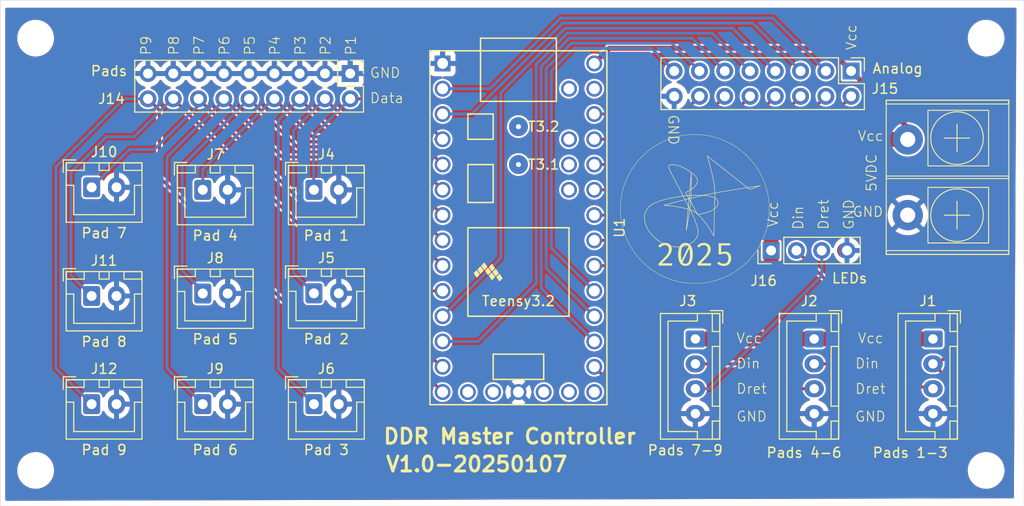
<source format=kicad_pcb>
(kicad_pcb (version 20240108) (generator "pcbnew") (generator_version "8.0")
  (layers (0 "F.Cu" signal) (31 "B.Cu" signal) (34 "B.Paste" user) (35 "F.Paste" user) (36 "B.SilkS" user "B.Silkscreen") (37 "F.SilkS" user "F.Silkscreen") (38 "B.Mask" user) (39 "F.Mask" user) (44 "Edge.Cuts" user))
  (net 0 "")
  (net 1 "VCC")
  (net 2 "DIN")
  (net 3 "GND")
  (net 4 "Net-(J1-Pin_3)")
  (net 5 "Net-(J2-Pin_3)")
  (net 6 "DRET")
  (net 7 "Net-(J10-Pin_1)")
  (net 8 "Net-(J15-Pin_14)")
  (net 9 "Net-(J15-Pin_5)")
  (net 10 "Net-(J15-Pin_13)")
  (net 11 "Net-(J15-Pin_11)")
  (net 12 "Net-(J15-Pin_6)")
  (net 13 "Net-(J15-Pin_15)")
  (net 14 "Net-(J15-Pin_12)")
  (net 15 "Net-(J15-Pin_10)")
  (net 16 "Net-(J15-Pin_2)")
  (net 17 "Net-(J15-Pin_8)")
  (net 18 "Net-(J15-Pin_9)")
  (net 19 "Net-(J15-Pin_7)")
  (net 20 "Net-(J15-Pin_3)")
  (net 21 "Net-(J15-Pin_4)")
  (net 33 "Net-(J14-Pin_2)")
  (net 34 "Net-(J14-Pin_4)")
  (net 35 "Net-(J14-Pin_6)")
  (net 36 "Net-(J14-Pin_8)")
  (net 37 "Net-(J14-Pin_10)")
  (net 38 "Net-(J14-Pin_12)")
  (net 39 "Net-(J11-Pin_1)")
  (net 40 "Net-(J12-Pin_1)")
  (footprint "Connector_PinHeader_2.54mm:PinHeader_1x04_P2.54mm_Vertical" (layer "F.Cu") (at 175.253 106.68 90)
    (property "Reference" "J16")
    (property "Value" "LEDs")
  )
  (footprint "Connector_JST:JST_XH_B2B-XH-A_1x02_P2.50mm_Vertical" (layer "F.Cu") (at 129.306 122.12)
    (property "Reference" "J6")
    (property "Value" "Pad 3")
  )
  (footprint "Connector_JST:JST_XH_B2B-XH-A_1x02_P2.50mm_Vertical" (layer "F.Cu") (at 106.974 111.252)
    (property "Reference" "J11")
    (property "Value" "Pad 8")
  )
  (footprint "MountingHole:MountingHole_3.2mm_M3" (layer "F.Cu") (at 101.346 85.344)
    (property "Reference" "REF**" (hide yes))
    (property "Value" "MountingHole_3.2mm_M3" (hide yes))
  )
  (footprint "kicad-stephenhouser:screw_terminal_01x02_p7.62mm" (layer "F.Cu") (at 188.976 99.324 90)
    (property "Reference" "J13" (hide yes))
    (property "Value" "Power")
  )
  (footprint "MountingHole:MountingHole_3.2mm_M3" (layer "F.Cu") (at 196.85 85.344)
    (property "Reference" "REF**" (hide yes))
    (property "Value" "MountingHole_3.2mm_M3" (hide yes))
  )
  (footprint "MountingHole:MountingHole_3.2mm_M3" (layer "F.Cu") (at 196.85 128.778)
    (property "Reference" "REF**" (hide yes))
    (property "Value" "MountingHole_3.2mm_M3" (hide yes))
  )
  (footprint "MountingHole:MountingHole_3.2mm_M3" (layer "F.Cu") (at 101.346 128.778)
    (property "Reference" "REF**" (hide yes))
    (property "Value" "MountingHole_3.2mm_M3" (hide yes))
  )
  (footprint "Connector_JST:JST_XH_B4B-XH-A_1x04_P2.50mm_Vertical" (layer "F.Cu") (at 191.516 115.57 -90)
    (property "Reference" "J1")
    (property "Value" "Pads 1-3")
  )
  (footprint "Connector_PinHeader_2.54mm:PinHeader_2x09_P2.54mm_Vertical" (layer "F.Cu") (at 132.956 88.9 -90)
    (property "Reference" "J14")
    (property "Value" "Pads")
  )
  (footprint "Connector_PinHeader_2.54mm:PinHeader_2x08_P2.54mm_Vertical" (layer "F.Cu") (at 183.29 88.646 -90)
    (property "Reference" "J15")
    (property "Value" "Analog")
  )
  (footprint "teesny:Teensy30_31_32_LC" (layer "F.Cu") (at 149.86 104.394 -90)
    (property "Reference" "U1")
    (property "Value" "Teensy3.2")
  )
  (footprint "Connector_JST:JST_XH_B4B-XH-A_1x04_P2.50mm_Vertical" (layer "F.Cu") (at 167.64 115.57 -90)
    (property "Reference" "J3")
    (property "Value" "Pads 7-9")
  )
  (footprint "Connector_JST:JST_XH_B2B-XH-A_1x02_P2.50mm_Vertical" (layer "F.Cu") (at 118.14 122.12)
    (property "Reference" "J9")
    (property "Value" "Pad 6")
  )
  (footprint "Connector_JST:JST_XH_B2B-XH-A_1x02_P2.50mm_Vertical" (layer "F.Cu") (at 129.306 100.584)
    (property "Reference" "J4")
    (property "Value" "Pad 1")
  )
  (footprint "Connector_JST:JST_XH_B4B-XH-A_1x04_P2.50mm_Vertical" (layer "F.Cu") (at 179.578 115.57 -90)
    (property "Reference" "J2")
    (property "Value" "Pads 4-6")
  )
  (footprint "Connector_JST:JST_XH_B2B-XH-A_1x02_P2.50mm_Vertical" (layer "F.Cu") (at 118.14 110.998)
    (property "Reference" "J8")
    (property "Value" "Pad 5")
  )
  (footprint "Connector_JST:JST_XH_B2B-XH-A_1x02_P2.50mm_Vertical" (layer "F.Cu") (at 106.974 122.12)
    (property "Reference" "J12")
    (property "Value" "Pad 9")
  )
  (footprint "Connector_JST:JST_XH_B2B-XH-A_1x02_P2.50mm_Vertical" (layer "F.Cu") (at 106.974 100.33)
    (property "Reference" "J10")
    (property "Value" "Pad 7")
  )
  (footprint "Connector_JST:JST_XH_B2B-XH-A_1x02_P2.50mm_Vertical" (layer "F.Cu") (at 118.14 100.584)
    (property "Reference" "J7")
    (property "Value" "Pad 4")
  )
  (footprint "Connector_JST:JST_XH_B2B-XH-A_1x02_P2.50mm_Vertical" (layer "F.Cu") (at 129.306 110.981)
    (property "Reference" "J5")
    (property "Value" "Pad 2")
  )
  (gr_poly (pts (xy 173.108207 100.555812) (xy 172.868273 100.366319) (xy 174.180687 100.165819)) (stroke (width 0.049999) (color 0 0 255 1)) (fill none) (layer "F.SilkS"))
  (gr_poly (pts (xy 165.500068 98.058122) (xy 165.660154 98.081776) (xy 165.831855 98.122333) (xy 166.013203 98.179151) (xy 166.202232 98.251589) (xy 166.396972 98.339004) (xy 166.595458 98.440755) (xy 166.79572 98.5562) (xy 166.995791 98.684698) (xy 167.193704 98.825607) (xy 167.387491 98.978284) (xy 167.575185 99.142089) (xy 167.658863 99.226357) (xy 167.726494 99.309921) (xy 167.778954 99.392652) (xy 167.817122 99.47442) (xy 167.841877 99.555097) (xy 167.854096 99.634552) (xy 167.854658 99.712657) (xy 167.844441 99.789282) (xy 167.824323 99.864299) (xy 167.795183 99.937577) (xy 167.757898 100.008988) (xy 167.713348 100.078402) (xy 167.66241 100.14569) (xy 167.605962 100.210723) (xy 167.544883 100.273372) (xy 167.480051 100.333506) (xy 167.34264 100.445717) (xy 167.200756 100.546322) (xy 167.061424 100.634286) (xy 166.93167 100.708576) (xy 166.729 100.811995) (xy 166.648953 100.848307) (xy 166.827098 101.172531) (xy 166.677952 101.183933) (xy 166.42767 101.213468) (xy 165.35962 99.194781) (xy 165.168683 98.818358) (xy 165.028756 98.52069) (xy 164.95004 98.315336) (xy 164.936823 98.251515) (xy 164.942734 98.215856) (xy 164.976177 98.178059) (xy 165.01523 98.14537) (xy 165.059645 98.117708) (xy 165.109178 98.094995) (xy 165.163583 98.077148) (xy 165.222613 98.064089) (xy 165.286022 98.055738) (xy 165.353565 98.052012)) (stroke (width 0.049999) (color 0 0 255 1)) (fill none) (layer "F.SilkS"))
  (gr_poly (pts (xy 164.592 105.918) (xy 164.618223 105.918324) (xy 164.643976 105.919297) (xy 164.669257 105.920919) (xy 164.694068 105.92319) (xy 164.718409 105.926109) (xy 164.742279 105.929677) (xy 164.765678 105.933894) (xy 164.788606 105.93876) (xy 164.811064 105.944274) (xy 164.833051 105.950437) (xy 164.854568 105.957249) (xy 164.875613 105.964709) (xy 164.896189 105.972818) (xy 164.916293 105.981576) (xy 164.935927 105.990983) (xy 164.95509 106.001038) (xy 164.973738 106.01145) (xy 164.991827 106.022332) (xy 165.009355 106.033685) (xy 165.026324 106.045509) (xy 165.042733 106.057803) (xy 165.058583 106.070568) (xy 165.073873 106.083804) (xy 165.088603 106.09751) (xy 165.102773 106.111687) (xy 165.116384 106.126334) (xy 165.129435 106.141452) (xy 165.141927 106.157041) (xy 165.153858 106.173101) (xy 165.16523 106.189631) (xy 165.176043 106.206631) (xy 165.186295 106.224103) (xy 165.196153 106.241949) (xy 165.205376 106.260076) (xy 165.213962 106.278482) (xy 165.221912 106.297168) (xy 165.229226 106.316134) (xy 165.235905 106.33538) (xy 165.241947 106.354906) (xy 165.247353 106.374712) (xy 165.252123 106.394797) (xy 165.256257 106.415162) (xy 165.259755 106.435808) (xy 165.262617 106.456733) (xy 165.264843 106.477937) (xy 165.266434 106.499422) (xy 165.267388 106.521186) (xy 165.267706 106.543231) (xy 165.267496 106.56254) (xy 165.266866 106.581799) (xy 165.265817 106.601007) (xy 165.264347 106.620164) (xy 165.262458 106.639269) (xy 165.26015 106.658325) (xy 165.257421 106.677329) (xy 165.254273 106.696282) (xy 165.250705 106.715184) (xy 165.246717 106.734036) (xy 165.242309 106.752837) (xy 165.237482 106.771586) (xy 165.232235 106.790285) (xy 165.226568 106.808933) (xy 165.220481 106.82753) (xy 165.213975 106.846077) (xy 165.207004 106.864458) (xy 165.199524 106.882966) (xy 165.191536 106.901601) (xy 165.183039 106.920364) (xy 165.164518 106.95827) (xy 165.143962 106.996686) (xy 165.121371 107.03561) (xy 165.096744 107.075043) (xy 165.070082 107.114985) (xy 165.041385 107.155435) (xy 165.010907 107.196293) (xy 164.978089 107.23827) (xy 164.94293 107.281367) (xy 164.90543 107.325583) (xy 164.86559 107.370918) (xy 164.823409 107.417373) (xy 164.778888 107.464947) (xy 164.732026 107.51364) (xy 164.682671 107.563758) (xy 164.63067 107.615606) (xy 164.576024 107.669185) (xy 164.518731 107.724493) (xy 164.396209 107.840299) (xy 164.263103 107.963025) (xy 165.319808 107.963025) (xy 165.285618 108.195859) (xy 163.952118 108.195859) (xy 163.952118 107.972794) (xy 164.103541 107.826459) (xy 164.24031 107.691929) (xy 164.362426 107.569203) (xy 164.469887 107.458281) (xy 164.518937 107.406688) (xy 164.565137 107.356926) (xy 164.608488 107.308996) (xy 164.64899 107.262897) (xy 164.686642 107.21863) (xy 164.721445 107.176195) (xy 164.753398 107.135591) (xy 164.782502 107.09682) (xy 164.809113 107.058964) (xy 164.833587 107.021922) (xy 164.855924 106.985694) (xy 164.876124 106.950281) (xy 164.894187 106.915682) (xy 164.902417 106.898687) (xy 164.910113 106.881896) (xy 164.917274 106.865309) (xy 164.923902 106.848925) (xy 164.929995 106.832745) (xy 164.935554 106.816768) (xy 164.940877 106.800855) (xy 164.945857 106.784866) (xy 164.950493 106.7688) (xy 164.954786 106.752658) (xy 164.958736 106.73644) (xy 164.962342 106.720145) (xy 164.965605 106.703774) (xy 164.968524 106.687326) (xy 164.9711 106.670803) (xy 164.973332 106.654203) (xy 164.975221 106.637526) (xy 164.976766 106.620773) (xy 164.977968 106.603944) (xy 164.978827 106.587039) (xy 164.979514 106.552999) (xy 164.9791 106.529702) (xy 164.97786 106.507028) (xy 164.975793 106.484977) (xy 164.972899 106.46355) (xy 164.969178 106.442746) (xy 164.964631 106.422565) (xy 164.959257 106.403007) (xy 164.953055 106.384073) (xy 164.946027 106.365762) (xy 164.938173 106.348074) (xy 164.929491 106.33101) (xy 164.919982 106.314569) (xy 164.909647 106.298751) (xy 164.898485 106.283557) (xy 164.886496 106.268986) (xy 164.87368 106.255038) (xy 164.860127 106.241828) (xy 164.845925 106.22947) (xy 164.831074 106.217965) (xy 164.815574 106.207311) (xy 164.799425 106.19751) (xy 164.782628 106.188562) (xy 164.765182 106.180465) (xy 164.747088 106.173221) (xy 164.728344 106.166829) (xy 164.708952 106.161289) (xy 164.688911 106.156602) (xy 164.668221 106.152766) (xy 164.646883 106.149783) (xy 164.624896 106.147653) (xy 164.60226 106.146374) (xy 164.578975 106.145948) (xy 164.558451 106.146171) (xy 164.538397 106.146839) (xy 164.518814 106.147952) (xy 164.499702 106.14951) (xy 164.48106 106.151513) (xy 164.462889 106.153962) (xy 164.445189 106.156856) (xy 164.427959 106.160195) (xy 164.4112 106.163979) (xy 164.394912 106.168208) (xy 164.379094 106.172883) (xy 164.363747 106.178003) (xy 164.34887 106.183568) (xy 164.334465 106.189579) (xy 164.32053 106.196034) (xy 164.307065 106.202935) (xy 164.293836 106.210326) (xy 164.280607 106.21825) (xy 164.267378 106.226709) (xy 164.254148 106.235703) (xy 164.240919 106.24523) (xy 164.22769 106.255292) (xy 164.214461 106.265888) (xy 164.201232 106.277018) (xy 164.188002 106.288683) (xy 164.174773 106.300882) (xy 164.161544 106.313615) (xy 164.148315 106.326882) (xy 164.135086 106.340684) (xy 164.121856 106.355019) (xy 164.108627 106.369889) (xy 164.095398 106.385294) (xy 163.906527 106.238755) (xy 163.923324 106.218733) (xy 163.940337 106.199373) (xy 163.957567 106.180674) (xy 163.975013 106.162636) (xy 163.992675 106.14526) (xy 164.010554 106.128546) (xy 164.028648 106.112492) (xy 164.046959 106.097101) (xy 164.065486 106.082371) (xy 164.08423 106.068302) (xy 164.10319 106.054895) (xy 164.122365 106.042149) (xy 164.141758 106.030065) (xy 164.161366 106.018642) (xy 164.181191 106.00788) (xy 164.201232 105.997781) (xy 164.221839 105.98812) (xy 164.242954 105.979082) (xy 164.264579 105.970667) (xy 164.286712 105.962876) (xy 164.309354 105.955708) (xy 164.332505 105.949164) (xy 164.356165 105.943243) (xy 164.380334 105.937945) (xy 164.405011 105.93327) (xy 164.430198 105.929218) (xy 164.455893 105.92579) (xy 164.482097 105.922985) (xy 164.50881 105.920804) (xy 164.536031 105.919246) (xy 164.563761 105.918311) (xy 164.592001 105.917999)) (stroke (width -0.000001)) (fill solid) (layer "F.SilkS"))
  (gr_poly (pts (xy 166.689665 105.91917) (xy 166.732787 105.922681) (xy 166.774535 105.928532) (xy 166.814909 105.936724) (xy 166.85391 105.947257) (xy 166.891536 105.96013) (xy 166.927789 105.975343) (xy 166.962668 105.992897) (xy 166.996174 106.012792) (xy 167.028305 106.035027) (xy 167.059063 106.059603) (xy 167.088447 106.086519) (xy 167.116457 106.115776) (xy 167.143093 106.147374) (xy 167.168356 106.181312) (xy 167.192245 106.21759) (xy 167.214919 106.256044) (xy 167.23613 106.296507) (xy 167.255878 106.33898) (xy 167.274164 106.383463) (xy 167.290987 106.429956) (xy 167.306347 106.478459) (xy 167.320244 106.528971) (xy 167.332678 106.581494) (xy 167.343649 106.636026) (xy 167.353158 106.692568) (xy 167.361203 106.75112) (xy 167.367786 106.811681) (xy 167.372906 106.874253) (xy 167.376563 106.938834) (xy 167.378758 107.005425) (xy 167.379489 107.074026) (xy 167.378758 107.14283) (xy 167.376563 107.209625) (xy 167.372906 107.27441) (xy 167.367786 107.337185) (xy 167.361203 107.39795) (xy 167.353158 107.456705) (xy 167.343649 107.51345) (xy 167.332678 107.568186) (xy 167.320244 107.620912) (xy 167.306347 107.671628) (xy 167.290987 107.720334) (xy 167.274164 107.767031) (xy 167.255878 107.811717) (xy 167.23613 107.854394) (xy 167.214919 107.895061) (xy 167.192245 107.933718) (xy 167.168356 107.969997) (xy 167.155896 107.987259) (xy 167.143093 108.003935) (xy 167.129947 108.020026) (xy 167.116457 108.035532) (xy 167.102624 108.050453) (xy 167.088447 108.064789) (xy 167.073927 108.07854) (xy 167.059063 108.091706) (xy 167.043856 108.104286) (xy 167.028305 108.116281) (xy 167.012411 108.127691) (xy 166.996174 108.138516) (xy 166.979593 108.148756) (xy 166.962668 108.158411) (xy 166.9454 108.167481) (xy 166.927789 108.175965) (xy 166.909834 108.183865) (xy 166.891536 108.191179) (xy 166.872894 108.197908) (xy 166.853909 108.204052) (xy 166.834581 108.209611) (xy 166.814909 108.214584) (xy 166.794893 108.218973) (xy 166.774534 108.222776) (xy 166.753832 108.225994) (xy 166.732786 108.228627) (xy 166.689664 108.232138) (xy 166.645168 108.233309) (xy 166.600666 108.232138) (xy 166.557525 108.228627) (xy 166.515745 108.222776) (xy 166.475326 108.214584) (xy 166.436268 108.204052) (xy 166.398571 108.191179) (xy 166.362235 108.175965) (xy 166.327261 108.158411) (xy 166.293647 108.138516) (xy 166.261395 108.116281) (xy 166.230503 108.091706) (xy 166.200973 108.064789) (xy 166.172804 108.035532) (xy 166.145996 108.003935) (xy 166.120549 107.969997) (xy 166.096463 107.933718) (xy 166.073986 107.895061) (xy 166.060299 107.868589) (xy 166.350463 107.868589) (xy 166.363635 107.88594) (xy 166.377507 107.902171) (xy 166.392078 107.917283) (xy 166.407348 107.931275) (xy 166.423319 107.944148) (xy 166.439989 107.955901) (xy 166.457359 107.966536) (xy 166.475428 107.97605) (xy 166.494197 107.984446) (xy 166.513665 107.991722) (xy 166.533833 107.997879) (xy 166.554701 108.002916) (xy 166.576269 108.006834) (xy 166.598536 108.009632) (xy 166.621502 108.011311) (xy 166.645168 108.011871) (xy 166.67087 108.011012) (xy 166.695872 108.008437) (xy 166.720174 108.004144) (xy 166.743776 107.998133) (xy 166.766679 107.990406) (xy 166.788882 107.980961) (xy 166.810386 107.969799) (xy 166.83119 107.956919) (xy 166.851295 107.942323) (xy 166.8707 107.926009) (xy 166.889405 107.907978) (xy 166.90741 107.888229) (xy 166.924716 107.866764) (xy 166.941323 107.843581) (xy 166.95723 107.818681) (xy 166.972437 107.792063) (xy 166.98683 107.7635) (xy 167.000295 107.732761) (xy 167.012831 107.699847) (xy 167.024438 107.664758) (xy 167.035117 107.627494) (xy 167.044867 107.588054) (xy 167.053689 107.54644) (xy 167.061582 107.50265) (xy 167.068546 107.456685) (xy 167.074582 107.408545) (xy 167.079689 107.35823) (xy 167.083868 107.305739) (xy 167.087118 107.251073) (xy 167.089439 107.194232) (xy 167.090832 107.135216) (xy 167.091296 107.074025) (xy 167.09038 106.982566) (xy 167.087633 106.896246) (xy 167.083053 106.815064) (xy 167.076642 106.739022) (xy 167.068399 106.668119) (xy 167.058325 106.602355) (xy 167.046419 106.541729) (xy 167.032681 106.486243) (xy 166.350463 107.868589) (xy 166.060299 107.868589) (xy 166.052959 107.854394) (xy 166.033383 107.811717) (xy 166.015256 107.767031) (xy 165.99858 107.720334) (xy 165.983354 107.671628) (xy 165.969577 107.620912) (xy 165.957251 107.568186) (xy 165.946376 107.51345) (xy 165.93695 107.456705) (xy 165.928974 107.39795) (xy 165.922449 107.337185) (xy 165.917373 107.27441) (xy 165.913748 107.209625) (xy 165.911573 107.14283) (xy 165.910848 107.074026) (xy 165.910848 107.074025) (xy 166.200669 107.074025) (xy 166.201559 107.164746) (xy 166.204231 107.250482) (xy 166.208683 107.33123) (xy 166.214916 107.406993) (xy 166.222929 107.477769) (xy 166.232724 107.543559) (xy 166.244299 107.604362) (xy 166.257656 107.660179) (xy 166.94313 106.282717) (xy 166.929945 106.26517) (xy 166.916035 106.248754) (xy 166.9014 106.233471) (xy 166.886041 106.21932) (xy 166.869956 106.2063) (xy 166.861641 106.200215) (xy 166.853146 106.194413) (xy 166.844469 106.188894) (xy 166.835611 106.183658) (xy 166.817351 106.174035) (xy 166.798366 106.165544) (xy 166.778655 106.158186) (xy 166.75822 106.151959) (xy 166.73706 106.146865) (xy 166.715175 106.142902) (xy 166.692564 106.140072) (xy 166.669229 106.138374) (xy 166.645169 106.137808) (xy 166.619665 106.138666) (xy 166.594847 106.141242) (xy 166.570716 106.145535) (xy 166.547273 106.151546) (xy 166.524516 106.159273) (xy 166.502446 106.168718) (xy 166.481063 106.17988) (xy 166.460367 106.192759) (xy 166.440358 106.207356) (xy 166.421036 106.22367) (xy 166.4024 106.241701) (xy 166.384452 106.261449) (xy 166.36719 106.282915) (xy 166.350616 106.306098) (xy 166.334728 106.330998) (xy 166.319527 106.357615) (xy 166.305134 106.385982) (xy 166.29167 106.416536) (xy 166.279134 106.449278) (xy 166.267527 106.484208) (xy 166.256848 106.521326) (xy 166.247098 106.560632) (xy 166.238276 106.602126) (xy 166.230384 106.645808) (xy 166.223419 106.691677) (xy 166.217383 106.739735) (xy 166.212276 106.78998) (xy 166.208098 106.842413) (xy 166.204848 106.897034) (xy 166.202526 106.953843) (xy 166.201133 107.01284) (xy 166.200669 107.074025) (xy 165.910848 107.074025) (xy 165.911573 107.005425) (xy 165.913748 106.938834) (xy 165.917373 106.874253) (xy 165.922449 106.811682) (xy 165.928974 106.75112) (xy 165.93695 106.692568) (xy 165.946376 106.636026) (xy 165.957251 106.581494) (xy 165.969577 106.528972) (xy 165.983354 106.478459) (xy 165.99858 106.429957) (xy 166.015256 106.383464) (xy 166.033383 106.338981) (xy 166.052959 106.296507) (xy 166.073986 106.256044) (xy 166.096463 106.21759) (xy 166.120549 106.181312) (xy 166.133102 106.16405) (xy 166.145996 106.147374) (xy 166.15923 106.131282) (xy 166.172804 106.115776) (xy 166.186718 106.100855) (xy 166.200973 106.086519) (xy 166.215568 106.072769) (xy 166.230503 106.059603) (xy 166.245779 106.047023) (xy 166.261395 106.035027) (xy 166.277351 106.023617) (xy 166.293647 106.012792) (xy 166.310284 106.002552) (xy 166.327261 105.992897) (xy 166.344578 105.983828) (xy 166.362235 105.975343) (xy 166.380233 105.967444) (xy 166.398571 105.96013) (xy 166.417249 105.953401) (xy 166.436268 105.947257) (xy 166.455627 105.941698) (xy 166.475326 105.936724) (xy 166.495365 105.932336) (xy 166.515745 105.928532) (xy 166.536465 105.925314) (xy 166.557525 105.922681) (xy 166.600666 105.91917) (xy 166.645168 105.918) (xy 166.645169 105.918)) (stroke (width -0.000001)) (fill solid) (layer "F.SilkS"))
  (gr_poly (pts (xy 168.525918 105.918323) (xy 168.55167 105.919296) (xy 168.576952 105.920918) (xy 168.601763 105.923189) (xy 168.626103 105.926108) (xy 168.649973 105.929676) (xy 168.673372 105.933893) (xy 168.6963 105.938759) (xy 168.718758 105.944273) (xy 168.740745 105.950436) (xy 168.762262 105.957248) (xy 168.783307 105.964708) (xy 168.803883 105.972817) (xy 168.823987 105.981575) (xy 168.843621 105.990982) (xy 168.862784 106.001037) (xy 168.881433 106.011449) (xy 168.899521 106.022331) (xy 168.91705 106.033684) (xy 168.934019 106.045508) (xy 168.950428 106.057802) (xy 168.966278 106.070567) (xy 168.981568 106.083803) (xy 168.996298 106.097509) (xy 169.010468 106.111686) (xy 169.024079 106.126333) (xy 169.03713 106.141451) (xy 169.049621 106.15704) (xy 169.061553 106.1731) (xy 169.072925 106.18963) (xy 169.083737 106.20663) (xy 169.093989 106.224102) (xy 169.103848 106.241948) (xy 169.11307 106.260075) (xy 169.121656 106.278481) (xy 169.129607 106.297167) (xy 169.136921 106.316134) (xy 169.143599 106.335379) (xy 169.149641 106.354905) (xy 169.155047 106.374711) (xy 169.159817 106.394796) (xy 169.163952 106.415162) (xy 169.16745 106.435807) (xy 169.170312 106.456732) (xy 169.172538 106.477937) (xy 169.174128 106.499422) (xy 169.175082 106.521186) (xy 169.1754 106.543231) (xy 169.17519 106.56254) (xy 169.17456 106.581799) (xy 169.173511 106.601007) (xy 169.172042 106.620164) (xy 169.170153 106.639269) (xy 169.167844 106.658325) (xy 169.165116 106.677329) (xy 169.161967 106.696282) (xy 169.158399 106.715184) (xy 169.154411 106.734036) (xy 169.150004 106.752837) (xy 169.145176 106.771586) (xy 169.139929 106.790285) (xy 169.134262 106.808933) (xy 169.128175 106.82753) (xy 169.121669 106.846077) (xy 169.114698 106.864458) (xy 169.107218 106.882966) (xy 169.09923 106.901601) (xy 169.090733 106.920364) (xy 169.072212 106.95827) (xy 169.051656 106.996686) (xy 169.029065 107.03561) (xy 169.004438 107.075043) (xy 168.977777 107.114985) (xy 168.94908 107.155435) (xy 168.918601 107.196293) (xy 168.885783 107.23827) (xy 168.850624 107.281367) (xy 168.813124 107.325583) (xy 168.773284 107.370918) (xy 168.731104 107.417373) (xy 168.686583 107.464947) (xy 168.639721 107.51364) (xy 168.590366 107.563758) (xy 168.538365 107.615606) (xy 168.483719 107.669185) (xy 168.426426 107.724493) (xy 168.303904 107.840299) (xy 168.170798 107.963025) (xy 169.227504 107.963025) (xy 169.193314 108.195859) (xy 167.859814 108.195859) (xy 167.859814 107.972794) (xy 168.011237 107.826459) (xy 168.148006 107.691929) (xy 168.270122 107.569203) (xy 168.377584 107.458281) (xy 168.426633 107.406688) (xy 168.472834 107.356926) (xy 168.516185 107.308996) (xy 168.556687 107.262897) (xy 168.594339 107.21863) (xy 168.629142 107.176195) (xy 168.661095 107.135591) (xy 168.690199 107.09682) (xy 168.71681 107.058964) (xy 168.741284 107.021922) (xy 168.763621 106.985694) (xy 168.783821 106.950281) (xy 168.801884 106.915682) (xy 168.810114 106.898687) (xy 168.81781 106.881896) (xy 168.824971 106.865309) (xy 168.831599 106.848925) (xy 168.837692 106.832745) (xy 168.84325 106.816768) (xy 168.848574 106.800855) (xy 168.853553 106.784866) (xy 168.85819 106.7688) (xy 168.862483 106.752658) (xy 168.866432 106.73644) (xy 168.870038 106.720145) (xy 168.873301 106.703774) (xy 168.87622 106.687326) (xy 168.878796 106.670803) (xy 168.881028 106.654203) (xy 168.882917 106.637526) (xy 168.884463 106.620773) (xy 168.885665 106.603944) (xy 168.886523 106.587039) (xy 168.88721 106.552999) (xy 168.886797 106.529702) (xy 168.885556 106.507028) (xy 168.883489 106.484977) (xy 168.880595 106.46355) (xy 168.876875 106.442746) (xy 168.872327 106.422565) (xy 168.866953 106.403007) (xy 168.860752 106.384073) (xy 168.853724 106.365762) (xy 168.845869 106.348074) (xy 168.837187 106.33101) (xy 168.827679 106.314569) (xy 168.817344 106.298751) (xy 168.806182 106.283557) (xy 168.794193 106.268986) (xy 168.781377 106.255038) (xy 168.767823 106.241828) (xy 168.753621 106.22947) (xy 168.73877 106.217965) (xy 168.72327 106.207311) (xy 168.707122 106.19751) (xy 168.690325 106.188562) (xy 168.672879 106.180465) (xy 168.654784 106.173221) (xy 168.63604 106.166829) (xy 168.616648 106.161289) (xy 168.596607 106.156602) (xy 168.575918 106.152766) (xy 168.554579 106.149783) (xy 168.532592 106.147653) (xy 168.509956 106.146374) (xy 168.486672 106.145948) (xy 168.466147 106.146171) (xy 168.446094 106.146839) (xy 168.426511 106.147952) (xy 168.407399 106.14951) (xy 168.388757 106.151513) (xy 168.370586 106.153962) (xy 168.352886 106.156856) (xy 168.335656 106.160195) (xy 168.318897 106.163979) (xy 168.302609 106.168208) (xy 168.286791 106.172883) (xy 168.271444 106.178003) (xy 168.256567 106.183568) (xy 168.242162 106.189579) (xy 168.228226 106.196034) (xy 168.214762 106.202935) (xy 168.201533 106.210326) (xy 168.188303 106.21825) (xy 168.175074 106.226709) (xy 168.161845 106.235703) (xy 168.148616 106.24523) (xy 168.135387 106.255292) (xy 168.122158 106.265888) (xy 168.108928 106.277018) (xy 168.095699 106.288683) (xy 168.08247 106.300882) (xy 168.069241 106.313615) (xy 168.056012 106.326882) (xy 168.042782 106.340684) (xy 168.029553 106.355019) (xy 168.016324 106.369889) (xy 168.003095 106.385294) (xy 167.814223 106.238755) (xy 167.831021 106.218733) (xy 167.848034 106.199373) (xy 167.865264 106.180674) (xy 167.88271 106.162636) (xy 167.900372 106.14526) (xy 167.91825 106.128546) (xy 167.936345 106.112492) (xy 167.954656 106.097101) (xy 167.973183 106.082371) (xy 167.991927 106.068302) (xy 168.010886 106.054895) (xy 168.030062 106.042149) (xy 168.049455 106.030065) (xy 168.069063 106.018642) (xy 168.088888 106.00788) (xy 168.108929 105.997781) (xy 168.129536 105.98812) (xy 168.150652 105.979082) (xy 168.172276 105.970667) (xy 168.19441 105.962876) (xy 168.217052 105.955708) (xy 168.240203 105.949164) (xy 168.263863 105.943243) (xy 168.288032 105.937945) (xy 168.312709 105.93327) (xy 168.337896 105.929218) (xy 168.363591 105.92579) (xy 168.389795 105.922985) (xy 168.416507 105.920804) (xy 168.443729 105.919246) (xy 168.47146 105.918311) (xy 168.499697 105.917999)) (stroke (width -0.000001)) (fill solid) (layer "F.SilkS"))
  (gr_poly (pts (xy 169.598272 101.092052) (xy 169.559727 102.32119) (xy 169.528803 103.680945) (xy 169.500774 105.235724) (xy 169.305335 104.891277) (xy 169.08234 104.529331) (xy 168.945737 104.320938) (xy 168.794763 104.10189) (xy 168.631195 103.877904) (xy 168.456808 103.654698) (xy 168.273376 103.437989) (xy 168.082676 103.233495) (xy 167.985155 103.137615) (xy 167.886482 103.046933) (xy 167.78688 102.962164) (xy 167.68657 102.884022) (xy 167.585774 102.813223) (xy 167.484714 102.750479) (xy 167.383613 102.696508) (xy 167.282691 102.652022) (xy 167.074098 102.576833) (xy 166.853677 102.509046) (xy 166.624915 102.448311) (xy 166.391302 102.394274) (xy 165.92348 102.304889) (xy 165.478125 102.238073) (xy 165.083148 102.191009) (xy 164.766463 102.16088) (xy 164.479619 102.140157) (xy 165.993975 101.730402) (xy 166.668431 101.555241) (xy 167.376098 101.377548) (xy 168.074407 101.210601) (xy 168.72079 101.067678) (xy 169.41954 100.932086) (xy 169.598517 100.900496)) (stroke (width 0.049999) (color 0 0 255 1)) (fill none) (layer "F.SilkS"))
  (gr_poly (pts (xy 166.42944 101.216814) (xy 167.005181 102.347796) (xy 167.267555 102.895819) (xy 167.499331 103.414117) (xy 167.690307 103.889129) (xy 167.830283 104.307296) (xy 167.877958 104.490825) (xy 167.909057 104.655058) (xy 167.922306 104.798299) (xy 167.916429 104.918854) (xy 167.896339 105.026098) (xy 167.867975 105.130413) (xy 167.831594 105.231617) (xy 167.787456 105.329527) (xy 167.735822 105.423959) (xy 167.676949 105.514732) (xy 167.611097 105.601662) (xy 167.538526 105.684567) (xy 167.459494 105.763264) (xy 167.374262 105.837569) (xy 167.283089 105.907301) (xy 167.186234 105.972276) (xy 167.083955 106.032311) (xy 166.976513 106.087224) (xy 166.864168 106.136832) (xy 166.747177 106.180953) (xy 166.625801 106.219402) (xy 166.500298 106.251998) (xy 166.370929 106.278557) (xy 166.237953 106.298897) (xy 166.101628 106.312835) (xy 165.962214 106.320188) (xy 165.819971 106.320774) (xy 165.675158 106.314409) (xy 165.528034 106.300911) (xy 165.378858 106.280096) (xy 165.22789 106.251783) (xy 165.075389 106.215788) (xy 164.921615 106.171929) (xy 164.766826 106.120022) (xy 164.611283 106.059885) (xy 164.455244 105.991335) (xy 164.301414 105.915235) (xy 164.152463 105.832819) (xy 164.008602 105.744456) (xy 163.870039 105.650518) (xy 163.736985 105.551376) (xy 163.60965 105.447399) (xy 163.488242 105.33896) (xy 163.372971 105.226428) (xy 163.264048 105.110175) (xy 163.161681 104.990571) (xy 163.066081 104.867987) (xy 162.977456 104.742794) (xy 162.896018 104.615363) (xy 162.821974 104.486065) (xy 162.755536 104.355269) (xy 162.696912 104.223348) (xy 162.646312 104.090671) (xy 162.603946 103.95761) (xy 162.570024 103.824535) (xy 162.544755 103.691818) (xy 162.528348 103.559828) (xy 162.521014 103.428937) (xy 162.522961 103.299516) (xy 162.534401 103.171935) (xy 162.555541 103.046565) (xy 162.586593 102.923776) (xy 162.627765 102.803941) (xy 162.679267 102.687429) (xy 162.74131 102.574611) (xy 162.814101 102.465858) (xy 162.897852 102.361541) (xy 162.992771 102.26203) (xy 163.10571 102.166326) (xy 163.242245 102.073331) (xy 163.579294 101.896387) (xy 163.990296 101.733025) (xy 164.461634 101.585074) (xy 164.979688 101.454361) (xy 165.530839 101.342715) (xy 166.101466 101.251963) (xy 166.42767 101.213468)) (stroke (width 0.049999) (color 0 0 255 1)) (fill none) (layer "F.SilkS"))
  (gr_poly (pts (xy 167.972437 95.035605) (xy 168.352431 95.0645) (xy 168.7269 95.112084) (xy 169.095374 95.177887) (xy 169.457382 95.261438) (xy 169.812456 95.362267) (xy 170.160124 95.479905) (xy 170.499916 95.613881) (xy 170.831363 95.763725) (xy 171.153993 95.928966) (xy 171.467338 96.109136) (xy 171.770926 96.303762) (xy 172.064289 96.512377) (xy 172.346954 96.734508) (xy 172.618454 96.969687) (xy 172.878316 97.217442) (xy 173.126072 97.477305) (xy 173.36125 97.748804) (xy 173.583382 98.03147) (xy 173.791996 98.324832) (xy 173.986623 98.628421) (xy 174.166792 98.941765) (xy 174.332034 99.264396) (xy 174.481877 99.595843) (xy 174.615853 99.935635) (xy 174.733491 100.283303) (xy 174.83432 100.638376) (xy 174.917871 101.000385) (xy 174.983674 101.368859) (xy 175.031258 101.743328) (xy 175.060153 102.123322) (xy 175.069889 102.50837) (xy 175.060153 102.893419) (xy 175.031258 103.273413) (xy 174.983674 103.647882) (xy 174.917871 104.016356) (xy 174.83432 104.378365) (xy 174.733491 104.733438) (xy 174.615853 105.081106) (xy 174.481877 105.420899) (xy 174.332034 105.752345) (xy 174.166792 106.074976) (xy 173.986623 106.388321) (xy 173.791996 106.69191) (xy 173.583382 106.985272) (xy 173.36125 107.267938) (xy 173.126072 107.539438) (xy 172.878316 107.7993) (xy 172.618454 108.047056) (xy 172.346954 108.282235) (xy 172.064289 108.504367) (xy 171.770926 108.712981) (xy 171.467338 108.907608) (xy 171.153993 109.087778) (xy 170.831363 109.25302) (xy 170.499916 109.402863) (xy 170.160124 109.536839) (xy 169.812456 109.654477) (xy 169.457382 109.755307) (xy 169.095374 109.838858) (xy 168.7269 109.904661) (xy 168.352431 109.952245) (xy 167.972437 109.98114) (xy 167.587388 109.990876) (xy 167.20234 109.98114) (xy 166.822346 109.952245) (xy 166.447877 109.904661) (xy 166.079403 109.838858) (xy 165.717394 109.755307) (xy 165.362321 109.654477) (xy 165.014653 109.536839) (xy 164.674861 109.402863) (xy 164.343414 109.25302) (xy 164.020783 109.087778) (xy 163.707439 108.907608) (xy 163.40385 108.712981) (xy 163.110488 108.504367) (xy 162.827822 108.282235) (xy 162.556323 108.047056) (xy 162.29646 107.7993) (xy 162.048705 107.539438) (xy 161.813526 107.267938) (xy 161.591395 106.985272) (xy 161.38278 106.69191) (xy 161.188154 106.388321) (xy 161.007984 106.074976) (xy 160.842743 105.752345) (xy 160.692899 105.420899) (xy 160.558923 105.081106) (xy 160.441285 104.733438) (xy 160.340456 104.378365) (xy 160.256905 104.016356) (xy 160.191102 103.647882) (xy 160.143518 103.273413) (xy 160.114623 102.893419) (xy 160.104887 102.50837) (xy 160.114623 102.123322) (xy 160.143518 101.743328) (xy 160.191102 101.368859) (xy 160.256905 101.000385) (xy 160.340456 100.638376) (xy 160.441285 100.283303) (xy 160.558923 99.935635) (xy 160.692899 99.595843) (xy 160.842743 99.264396) (xy 161.007984 98.941765) (xy 161.188154 98.628421) (xy 161.38278 98.324832) (xy 161.591395 98.03147) (xy 161.813526 97.748804) (xy 162.048705 97.477305) (xy 162.29646 97.217442) (xy 162.556323 96.969687) (xy 162.827822 96.734508) (xy 163.110488 96.512377) (xy 163.40385 96.303762) (xy 163.707439 96.109136) (xy 164.020783 95.928966) (xy 164.343414 95.763725) (xy 164.674861 95.613881) (xy 165.014653 95.479905) (xy 165.362321 95.362267) (xy 165.717394 95.261438) (xy 166.079403 95.177887) (xy 166.447877 95.112084) (xy 166.822346 95.0645) (xy 167.20234 95.035605) (xy 167.587388 95.025869)) (stroke (width 0.034995) (color 0 0 255 1)) (fill none) (layer "F.SilkS"))
  (gr_poly (pts (xy 171.121106 106.171999) (xy 170.235363 106.171999) (xy 170.235363 106.87864) (xy 170.260829 106.865716) (xy 170.285939 106.85381) (xy 170.310693 106.842921) (xy 170.335091 106.83305) (xy 170.359132 106.824197) (xy 170.382817 106.816361) (xy 170.406146 106.809543) (xy 170.429119 106.803742) (xy 170.452448 106.798782) (xy 170.476032 106.794483) (xy 170.49987 106.790845) (xy 170.523962 106.787869) (xy 170.548309 106.785554) (xy 170.57291 106.7839) (xy 170.597765 106.782908) (xy 170.622875 106.782577) (xy 170.656661 106.783296) (xy 170.689632 106.785452) (xy 170.721789 106.789046) (xy 170.753132 106.794076) (xy 170.78366 106.800545) (xy 170.813375 106.80845) (xy 170.842276 106.817793) (xy 170.870362 106.828574) (xy 170.897635 106.840792) (xy 170.924093 106.854447) (xy 170.949737 106.86954) (xy 170.974568 106.88607) (xy 170.998584 106.904037) (xy 171.021786 106.923442) (xy 171.044174 106.944284) (xy 171.065747 106.966564) (xy 171.086253 106.990154) (xy 171.105435 107.014927) (xy 171.123294 107.040883) (xy 171.139831 107.068022) (xy 171.155044 107.096344) (xy 171.168935 107.125848) (xy 171.181503 107.156536) (xy 171.192748 107.188407) (xy 171.202669 107.221461) (xy 171.211268 107.255698) (xy 171.218544 107.291118) (xy 171.224498 107.32772) (xy 171.229128 107.365506) (xy 171.232435 107.404475) (xy 171.234419 107.444627) (xy 171.235081 107.485962) (xy 171.234712 107.513826) (xy 171.233605 107.541244) (xy 171.231761 107.568218) (xy 171.229179 107.594746) (xy 171.225859 107.620829) (xy 171.221801 107.646467) (xy 171.217005 107.67166) (xy 171.211472 107.696407) (xy 171.205201 107.720709) (xy 171.198192 107.744566) (xy 171.190445 107.767978) (xy 171.181961 107.790945) (xy 171.172738 107.813466) (xy 171.162778 107.835543) (xy 171.152081 107.857174) (xy 171.140645 107.87836) (xy 171.128739 107.899036) (xy 171.116222 107.919141) (xy 171.103095 107.938673) (xy 171.089357 107.957633) (xy 171.075008 107.97602) (xy 171.060049 107.993835) (xy 171.044479 108.011077) (xy 171.028299 108.027747) (xy 171.011508 108.043845) (xy 170.994107 108.05937) (xy 170.976095 108.074323) (xy 170.957472 108.088703) (xy 170.938239 108.102511) (xy 170.918395 108.115747) (xy 170.897941 108.12841) (xy 170.876876 108.140501) (xy 170.855468 108.151739) (xy 170.833576 108.162253) (xy 170.811201 108.172041) (xy 170.788342 108.181104) (xy 170.765 108.189442) (xy 170.741175 108.197055) (xy 170.716866 108.203943) (xy 170.692075 108.210106) (xy 170.666799 108.215544) (xy 170.641041 108.220257) (xy 170.614798 108.224245) (xy 170.588073 108.227508) (xy 170.560864 108.230046) (xy 170.533172 108.231858) (xy 170.504996 108.232946) (xy 170.476338 108.233309) (xy 170.451266 108.233029) (xy 170.426524 108.232189) (xy 170.402114 108.23079) (xy 170.378034 108.228831) (xy 170.354285 108.226312) (xy 170.330867 108.223234) (xy 170.30778 108.219596) (xy 170.285023 108.215398) (xy 170.262597 108.21064) (xy 170.240502 108.205323) (xy 170.218737 108.199446) (xy 170.197304 108.19301) (xy 170.176201 108.186014) (xy 170.155428 108.178458) (xy 170.134987 108.170342) (xy 170.114876 108.161667) (xy 170.095242 108.152495) (xy 170.075824 108.142891) (xy 170.056623 108.132855) (xy 170.037638 108.122386) (xy 170.018869 108.111485) (xy 170.000316 108.100151) (xy 169.98198 108.088385) (xy 169.96386 108.076186) (xy 169.945956 108.063554) (xy 169.928268 108.050491) (xy 169.910797 108.036994) (xy 169.893541 108.023066) (xy 169.876503 108.008704) (xy 169.85968 107.993911) (xy 169.843073 107.978684) (xy 169.826683 107.963026) (xy 169.996017 107.800205) (xy 170.021375 107.825245) (xy 170.047381 107.848669) (xy 170.074037 107.870479) (xy 170.101341 107.890672) (xy 170.129294 107.90925) (xy 170.157895 107.926213) (xy 170.187146 107.94156) (xy 170.217045 107.955292) (xy 170.247593 107.967408) (xy 170.27879 107.977908) (xy 170.310635 107.986794) (xy 170.343129 107.994063) (xy 170.376272 107.999718) (xy 170.410064 108.003756) (xy 170.444504 108.00618) (xy 170.479593 108.006987) (xy 170.506891 108.006466) (xy 170.533426 108.004901) (xy 170.559197 108.002294) (xy 170.584206 107.998643) (xy 170.608451 107.993949) (xy 170.631932 107.988212) (xy 170.654651 107.981432) (xy 170.676606 107.973609) (xy 170.697798 107.964743) (xy 170.718227 107.954834) (xy 170.737893 107.943881) (xy 170.756795 107.931886) (xy 170.774935 107.918848) (xy 170.792311 107.904766) (xy 170.808923 107.889642) (xy 170.824773 107.873474) (xy 170.839758 107.856091) (xy 170.853775 107.83773) (xy 170.866826 107.818388) (xy 170.878911 107.798067) (xy 170.890028 107.776767) (xy 170.900179 107.754487) (xy 170.909363 107.731228) (xy 170.917581 107.70699) (xy 170.924831 107.681771) (xy 170.931115 107.655574) (xy 170.936433 107.628397) (xy 170.940783 107.60024) (xy 170.944167 107.571105) (xy 170.946583 107.540989) (xy 170.948034 107.509894) (xy 170.948517 107.47782) (xy 170.948307 107.455528) (xy 170.947677 107.433833) (xy 170.946628 107.412736) (xy 170.945159 107.392238) (xy 170.94327 107.372337) (xy 170.940961 107.353034) (xy 170.938233 107.334328) (xy 170.935084 107.316221) (xy 170.931516 107.298711) (xy 170.927528 107.2818) (xy 170.923121 107.265486) (xy 170.918293 107.24977) (xy 170.913046 107.234652) (xy 170.907379 107.220131) (xy 170.901293 107.206209) (xy 170.894786 107.192884) (xy 170.887917 107.180094) (xy 170.880743 107.167774) (xy 170.873263 107.155925) (xy 170.865478 107.144547) (xy 170.857388 107.133639) (xy 170.848992 107.123202) (xy 170.840292 107.113235) (xy 170.831286 107.10374) (xy 170.821974 107.094715) (xy 170.812358 107.08616) (xy 170.802436 107.078076) (xy 170.792209 107.070463) (xy 170.781676 107.063321) (xy 170.770839 107.056649) (xy 170.759696 107.050448) (xy 170.748247 107.044718) (xy 170.736767 107.039197) (xy 170.725122 107.034032) (xy 170.713311 107.029224) (xy 170.701335 107.024772) (xy 170.689193 107.020676) (xy 170.676886 107.016936) (xy 170.664414 107.013552) (xy 170.651776 107.010525) (xy 170.638973 107.007853) (xy 170.626004 107.005538) (xy 170.612871 107.003579) (xy 170.599572 107.001977) (xy 170.586107 107.00073) (xy 170.572477 106.999839) (xy 170.558682 106.999305) (xy 170.544722 106.999127) (xy 170.520248 106.999432) (xy 170.496486 107.000348) (xy 170.473437 107.001875) (xy 170.4511 107.004012) (xy 170.429475 107.00676) (xy 170.408563 107.010118) (xy 170.388363 107.014087) (xy 170.368876 107.018667) (xy 170.349414 107.023806) (xy 170.32929 107.029454) (xy 170.308505 107.035611) (xy 170.287058 107.042277) (xy 170.26495 107.049451) (xy 170.242181 107.057134) (xy 170.21875 107.065326) (xy 170.194657 107.074026) (xy 169.97485 107.074026) (xy 169.97485 105.95382) (xy 171.161811 105.953819)) (stroke (width -0.000001)) (fill solid) (layer "F.SilkS"))
  (gr_poly (pts (xy 172.868273 100.366319) (xy 172.056968 100.490263) (xy 170.255907 100.784467) (xy 169.598517 100.900496) (xy 169.598619 100.820758) (xy 169.580622 100.527557) (xy 169.54681 100.217889) (xy 169.499711 99.89719) (xy 169.441852 99.570899) (xy 169.375763 99.244452) (xy 169.303969 98.923288) (xy 169.229001 98.612844) (xy 169.079649 98.045868) (xy 168.94793 97.587027) (xy 168.818287 97.167751)) (stroke (width 0.049999) (color 0 0 255 1)) (fill none) (layer "F.SilkS"))
  (gr_poly (pts (xy 168.306361 101.134456) (xy 168.770084 101.175594) (xy 169.171568 101.248594) (xy 169.344714 101.297613) (xy 169.497194 101.355283) (xy 169.627303 101.421832) (xy 169.733341 101.497489) (xy 169.813605 101.582483) (xy 169.866392 101.677041) (xy 169.896772 101.774327) (xy 169.911588 101.867401) (xy 169.911798 101.956335) (xy 169.898358 102.041204) (xy 169.872227 102.122082) (xy 169.834362 102.199042) (xy 169.78572 102.272158) (xy 169.727258 102.341503) (xy 169.659935 102.407152) (xy 169.584707 102.469178) (xy 169.502532 102.527655) (xy 169.414367 102.582657) (xy 169.32117 102.634257) (xy 169.223898 102.682528) (xy 169.02096 102.769383) (xy 168.813212 102.843811) (xy 168.608312 102.906401) (xy 168.413922 102.957744) (xy 168.237699 102.998429) (xy 167.970396 103.050186) (xy 167.867679 103.06639) (xy 166.827098 101.172531) (xy 167.246675 101.140454) (xy 167.794018 101.123352)) (stroke (width 0.049999) (color 0 0 255 1)) (fill none) (layer "F.SilkS"))
  (gr_poly (pts (xy 167.2302 99.996006) (xy 167.222416 100.488206) (xy 167.209166 100.98937) (xy 167.189088 101.462859) (xy 167.160817 101.872037) (xy 167.116837 102.271789) (xy 167.05534 102.720428) (xy 166.908626 103.638383) (xy 166.722076 104.675111) (xy 167.233941 98.849594)) (stroke (width 0.049999) (color 0 0 255 1)) (fill none) (layer "F.SilkS"))
  (gr_poly (pts (xy 168.499697 105.917999) (xy 168.499695 105.917999) (xy 168.499699 105.917999)) (stroke (width -0.000001)) (fill solid) (layer "F.SilkS"))
  (gr_rect (start 97.79 81.534) (end 200.66 132.334) (stroke (width 0.05)) (fill none) (layer "Edge.Cuts"))
  (gr_text "Data" (at 134.874 91.948 0) (layer "F.SilkS") (effects (font (size 1 1) (thickness 0.1)) (justify left bottom)))
  (gr_text "Vcc" (at 183.896 95.758 0) (layer "F.SilkS") (effects (font (size 1 1) (thickness 0.1)) (justify left bottom)))
  (gr_text "DDR Master Controller" (at 136.144 126.238 0) (layer "F.SilkS") (effects (font (size 1.5 1.5) (thickness 0.3) (bold yes)) (justify left bottom)))
  (gr_text "Din" (at 183.642 118.618 0) (layer "F.SilkS") (effects (font (size 1 1) (thickness 0.1)) (justify left bottom)))
  (gr_text "V1.0-20250107" (at 136.398 129.032 0) (layer "F.SilkS") (effects (font (size 1.5 1.5) (thickness 0.3) (bold yes)) (justify left bottom)))
  (gr_text "P2" (at 131.064 87.122 90) (layer "F.SilkS") (effects (font (size 1 1) (thickness 0.1)) (justify left bottom)))
  (gr_text "GND" (at 183.388 103.378 0) (layer "F.SilkS") (effects (font (size 1 1) (thickness 0.1)) (justify left bottom)))
  (gr_text "Vcc" (at 183.896 86.614 90) (layer "F.SilkS") (effects (font (size 1 1) (thickness 0.1)) (justify left bottom)))
  (gr_text "P5" (at 123.444 87.122 90) (layer "F.SilkS") (effects (font (size 1 1) (thickness 0.1)) (justify left bottom)))
  (gr_text "GND" (at 171.704 123.952 0) (layer "F.SilkS") (effects (font (size 1 1) (thickness 0.1)) (justify left bottom)))
  (gr_text "Vcc" (at 183.896 116.078 0) (layer "F.SilkS") (effects (font (size 1 1) (thickness 0.1)) (justify left bottom)))
  (gr_text "GND" (at 183.642 104.648 90) (layer "F.SilkS") (effects (font (size 1 1) (thickness 0.1)) (justify left bottom)))
  (gr_text "GND" (at 134.874 89.408 0) (layer "F.SilkS") (effects (font (size 1 1) (thickness 0.1)) (justify left bottom)))
  (gr_text "Vcc" (at 176.022 104.394 90) (layer "F.SilkS") (effects (font (size 1 1) (thickness 0.1)) (justify left bottom)))
  (gr_text "P6" (at 120.904 87.122 90) (layer "F.SilkS") (effects (font (size 1 1) (thickness 0.1)) (justify left bottom)))
  (gr_text "Dret" (at 171.704 121.158 0) (layer "F.SilkS") (effects (font (size 1 1) (thickness 0.1)) (justify left bottom)))
  (gr_text "P1\n" (at 133.604 87.122 90) (layer "F.SilkS") (effects (font (size 1 1) (thickness 0.1)) (justify left bottom)))
  (gr_text "GND" (at 164.846 92.964 -90) (layer "F.SilkS") (effects (font (size 1 1) (thickness 0.1)) (justify left bottom)))
  (gr_text "Din" (at 178.562 104.648 90) (layer "F.SilkS") (effects (font (size 1 1) (thickness 0.1)) (justify left bottom)))
  (gr_text "P8" (at 115.824 87.122 90) (layer "F.SilkS") (effects (font (size 1 1) (thickness 0.1)) (justify left bottom)))
  (gr_text "Din" (at 171.704 118.618 0) (layer "F.SilkS") (effects (font (size 1 1) (thickness 0.1)) (justify left bottom)))
  (gr_text "P7" (at 118.364 87.122 90) (layer "F.SilkS") (effects (font (size 1 1) (thickness 0.1)) (justify left bottom)))
  (gr_text "5VDC" (at 185.928 100.838 90) (layer "F.SilkS") (effects (font (size 1 1) (thickness 0.1)) (justify left bottom)))
  (gr_text "P4" (at 125.984 87.122 90) (layer "F.SilkS") (effects (font (size 1 1) (thickness 0.1)) (justify left bottom)))
  (gr_text "Vcc" (at 171.704 116.078 0) (layer "F.SilkS") (effects (font (size 1 1) (thickness 0.1)) (justify left bottom)))
  (gr_text "Dret" (at 183.642 121.158 0) (layer "F.SilkS") (effects (font (size 1 1) (thickness 0.1)) (justify left bottom)))
  (gr_text "P9" (at 113.03 87.122 90) (layer "F.SilkS") (effects (font (size 1 1) (thickness 0.1)) (justify left bottom)))
  (gr_text "GND" (at 183.642 123.952 0) (layer "F.SilkS") (effects (font (size 1 1) (thickness 0.1)) (justify left bottom)))
  (gr_text "P3" (at 128.524 87.122 90) (layer "F.SilkS") (effects (font (size 1 1) (thickness 0.1)) (justify left bottom)))
  (gr_text "Dret" (at 181.102 104.648 90) (layer "F.SilkS") (effects (font (size 1 1) (thickness 0.1)) (justify left bottom)))
  (segment (start 157.48 87.884) (end 159.004 86.36) (width 0.5) (layer "F.Cu") (net 1))
  (segment (start 183.896 88.646) (end 183.29 88.646) (width 0.5) (layer "F.Cu") (net 1))
  (segment (start 191.516 115.57) (end 179.578 115.57) (width 1.5) (layer "F.Cu") (net 1))
  (segment (start 188.976 95.524) (end 184.13 95.524) (width 1.5) (layer "F.Cu") (net 1))
  (segment (start 167.64 115.57) (end 179.578 115.57) (width 1.5) (layer "F.Cu") (net 1))
  (segment (start 159.004 86.36) (end 181.004 86.36) (width 0.5) (layer "F.Cu") (net 1))
  (segment (start 175.253 106.68) (end 175.253 115.323) (width 1.5) (layer "F.Cu") (net 1))
  (segment (start 181.004 86.36) (end 183.29 88.646) (width 0.5) (layer "F.Cu") (net 1))
  (segment (start 184.13 95.524) (end 175.253 104.401) (width 1.5) (layer "F.Cu") (net 1))
  (segment (start 188.976 94.332) (end 183.29 88.646) (width 0.5) (layer "F.Cu") (net 1))
  (segment (start 188.976 95.524) (end 188.976 94.332) (width 0.5) (layer "F.Cu") (net 1))
  (segment (start 175.253 104.401) (end 175.253 106.68) (width 1.5) (layer "F.Cu") (net 1))
  (segment (start 192.064 118.07) (end 194.056 116.078) (width 0.3048) (layer "F.Cu") (net 2))
  (segment (start 194.056 120.61) (end 194.056 124.206) (width 0.3048) (layer "F.Cu") (net 2))
  (segment (start 191.516 118.07) (end 194.056 120.61) (width 0.3048) (layer "F.Cu") (net 2))
  (segment (start 191.516 111.252) (end 182.365 111.252) (width 0.3048) (layer "F.Cu") (net 2))
  (segment (start 191.262 127) (end 166.116 127) (width 0.3048) (layer "F.Cu") (net 2))
  (segment (start 194.056 113.792) (end 191.516 111.252) (width 0.3048) (layer "F.Cu") (net 2))
  (segment (start 194.056 116.078) (end 194.056 113.792) (width 0.3048) (layer "F.Cu") (net 2))
  (segment (start 191.516 118.07) (end 192.064 118.07) (width 0.3048) (layer "F.Cu") (net 2))
  (segment (start 166.116 127) (end 157.48 118.364) (width 0.3048) (layer "F.Cu") (net 2))
  (segment (start 182.365 111.252) (end 177.793 106.68) (width 0.3048) (layer "F.Cu") (net 2))
  (segment (start 194.056 124.206) (end 191.262 127) (width 0.3048) (layer "F.Cu") (net 2))
  (segment (start 182.873 106.433) (end 182.873 106.68) (width 0.3048) (layer "F.Cu") (net 3))
  (segment (start 182.853 106.68) (end 182.626 106.68) (width 1.5) (layer "F.Cu") (net 3))
  (segment (start 182.88 106.707) (end 182.853 106.68) (width 1.5) (layer "F.Cu") (net 3))
  (segment (start 191.342 120.396) (end 191.516 120.57) (width 0.3048) (layer "F.Cu") (net 4))
  (segment (start 186.075 120.396) (end 191.342 120.396) (width 0.3048) (layer "F.Cu") (net 4))
  (segment (start 183.749 118.07) (end 186.075 120.396) (width 0.3048) (layer "F.Cu") (net 4))
  (segment (start 179.578 118.07) (end 183.749 118.07) (width 0.3048) (layer "F.Cu") (net 4))
  (segment (start 171.918 118.07) (end 174.418 120.57) (width 0.3048) (layer "F.Cu") (net 5))
  (segment (start 174.418 120.57) (end 179.578 120.57) (width 0.3048) (layer "F.Cu") (net 5))
  (segment (start 167.64 118.07) (end 171.918 118.07) (width 0.3048) (layer "F.Cu") (net 5))
  (segment (start 180.333 109.227) (end 180.333 106.68) (width 0.3048) (layer "B.Cu") (net 6))
  (segment (start 168.99 120.57) (end 180.333 109.227) (width 0.3048) (layer "B.Cu") (net 6))
  (segment (start 167.64 120.57) (end 168.99 120.57) (width 0.3048) (layer "B.Cu") (net 6))
  (segment (start 140.97 110.744) (end 142.24 110.744) (width 0.3048) (layer "F.Cu") (net 7))
  (segment (start 135.382 105.156) (end 140.97 110.744) (width 0.3048) (layer "F.Cu") (net 7))
  (segment (start 117.716 91.44) (end 131.432 105.156) (width 0.3048) (layer "F.Cu") (net 7))
  (segment (start 131.432 105.156) (end 135.382 105.156) (width 0.3048) (layer "F.Cu") (net 7))
  (segment (start 110.784 96.52) (end 106.974 100.33) (width 0.3048) (layer "B.Cu") (net 7))
  (segment (start 117.716 91.44) (end 117.716 92.088) (width 0.3048) (layer "B.Cu") (net 7))
  (segment (start 117.716 92.088) (end 113.284 96.52) (width 0.3048) (layer "B.Cu") (net 7))
  (segment (start 113.284 96.52) (end 110.784 96.52) (width 0.3048) (layer "B.Cu") (net 7))
  (segment (start 166.272 92.964) (end 157.48 92.964) (width 0.3048) (layer "F.Cu") (net 8))
  (segment (start 168.05 91.186) (end 166.272 92.964) (width 0.3048) (layer "F.Cu") (net 8))
  (segment (start 154.289 83.836) (end 145.161 92.964) (width 0.3048) (layer "B.Cu") (net 9))
  (segment (start 145.161 92.964) (end 142.24 92.964) (width 0.3048) (layer "B.Cu") (net 9))
  (segment (start 173.4 83.836) (end 154.289 83.836) (width 0.3048) (layer "B.Cu") (net 9))
  (segment (start 178.21 88.646) (end 173.4 83.836) (width 0.3048) (layer "B.Cu") (net 9))
  (segment (start 152.6572 108.4612) (end 157.48 113.284) (width 0.3048) (layer "B.Cu") (net 10))
  (segment (start 152.6572 88.3888) (end 152.6572 108.4612) (width 0.3048) (layer "B.Cu") (net 10))
  (segment (start 168.05 88.646) (end 165.2592 85.8552) (width 0.3048) (layer "B.Cu") (net 10))
  (segment (start 155.1908 85.8552) (end 152.6572 88.3888) (width 0.3048) (layer "B.Cu") (net 10))
  (segment (start 165.2592 85.8552) (end 155.1908 85.8552) (width 0.3048) (layer "B.Cu") (net 10))
  (segment (start 152.1524 88.179704) (end 152.1524 110.4964) (width 0.3048) (layer "B.Cu") (net 11))
  (segment (start 167.2944 85.3504) (end 154.981704 85.3504) (width 0.3048) (layer "B.Cu") (net 11))
  (segment (start 152.1524 110.4964) (end 157.48 115.824) (width 0.3048) (layer "B.Cu") (net 11))
  (segment (start 154.981704 85.3504) (end 152.1524 88.179704) (width 0.3048) (layer "B.Cu") (net 11))
  (segment (start 170.59 88.646) (end 167.2944 85.3504) (width 0.3048) (layer "B.Cu") (net 11))
  (segment (start 166.272 103.124) (end 157.48 103.124) (width 0.3048) (layer "F.Cu") (net 12))
  (segment (start 178.21 91.186) (end 166.272 103.124) (width 0.3048) (layer "F.Cu") (net 12))
  (segment (start 153.162 88.646) (end 153.162 106.426) (width 0.3048) (layer "B.Cu") (net 13))
  (segment (start 165.51 88.646) (end 163.224 86.36) (width 0.3048) (layer "B.Cu") (net 13))
  (segment (start 163.224 86.36) (end 155.448 86.36) (width 0.3048) (layer "B.Cu") (net 13))
  (segment (start 153.162 106.426) (end 157.48 110.744) (width 0.3048) (layer "B.Cu") (net 13))
  (segment (start 155.448 86.36) (end 153.162 88.646) (width 0.3048) (layer "B.Cu") (net 13))
  (segment (start 170.59 91.186) (end 166.272 95.504) (width 0.3048) (layer "F.Cu") (net 14))
  (segment (start 166.272 95.504) (end 157.48 95.504) (width 0.3048) (layer "F.Cu") (net 14))
  (segment (start 166.272 98.044) (end 157.48 98.044) (width 0.3048) (layer "F.Cu") (net 15))
  (segment (start 173.13 91.186) (end 166.272 98.044) (width 0.3048) (layer "F.Cu") (net 15))
  (segment (start 183.29 91.186) (end 166.272 108.204) (width 0.3048) (layer "F.Cu") (net 16))
  (segment (start 166.272 108.204) (end 157.48 108.204) (width 0.3048) (layer "F.Cu") (net 16))
  (segment (start 166.272 100.584) (end 157.48 100.584) (width 0.3048) (layer "F.Cu") (net 17))
  (segment (start 175.67 91.186) (end 166.272 100.584) (width 0.3048) (layer "F.Cu") (net 17))
  (segment (start 154.772608 84.8456) (end 151.6476 87.970608) (width 0.3048) (layer "B.Cu") (net 18))
  (segment (start 169.3296 84.8456) (end 154.772608 84.8456) (width 0.3048) (layer "B.Cu") (net 18))
  (segment (start 173.13 88.646) (end 169.3296 84.8456) (width 0.3048) (layer "B.Cu") (net 18))
  (segment (start 151.6476 87.970608) (end 151.6476 109.9724) (width 0.3048) (layer "B.Cu") (net 18))
  (segment (start 151.6476 109.9724) (end 145.796 115.824) (width 0.3048) (layer "B.Cu") (net 18))
  (segment (start 145.796 115.824) (end 142.24 115.824) (width 0.3048) (layer "B.Cu") (net 18))
  (segment (start 148.082 107.442) (end 142.24 113.284) (width 0.3048) (layer "B.Cu") (net 19))
  (segment (start 148.082 90.822312) (end 148.082 107.442) (width 0.3048) (layer "B.Cu") (net 19))
  (segment (start 175.67 88.646) (end 171.3648 84.3408) (width 0.3048) (layer "B.Cu") (net 19))
  (segment (start 154.563512 84.3408) (end 148.082 90.822312) (width 0.3048) (layer "B.Cu") (net 19))
  (segment (start 171.3648 84.3408) (end 154.563512 84.3408) (width 0.3048) (layer "B.Cu") (net 19))
  (segment (start 146.987104 90.424) (end 142.24 90.424) (width 0.3048) (layer "B.Cu") (net 20))
  (segment (start 175.4352 83.3312) (end 154.079904 83.3312) (width 0.3048) (layer "B.Cu") (net 20))
  (segment (start 154.079904 83.3312) (end 146.987104 90.424) (width 0.3048) (layer "B.Cu") (net 20))
  (segment (start 180.75 88.646) (end 175.4352 83.3312) (width 0.3048) (layer "B.Cu") (net 20))
  (segment (start 166.272 105.664) (end 157.48 105.664) (width 0.3048) (layer "F.Cu") (net 21))
  (segment (start 180.75 91.186) (end 166.272 105.664) (width 0.3048) (layer "F.Cu") (net 21))
  (segment (start 138.176 91.44) (end 142.24 95.504) (width 0.3048) (layer "F.Cu") (net 33))
  (segment (start 142.24 95.504) (end 141.478 95.504) (width 0.2) (layer "F.Cu") (net 33))
  (segment (start 132.956 91.44) (end 138.176 91.44) (width 0.3048) (layer "F.Cu") (net 33))
  (segment (start 132.956 91.44) (end 129.286 95.11) (width 0.3048) (layer "B.Cu") (net 33))
  (segment (start 129.286 95.11) (end 129.286 100.564) (width 0.3048) (layer "B.Cu") (net 33))
  (segment (start 129.286 100.564) (end 129.306 100.584) (width 0.3048) (layer "B.Cu") (net 33))
  (segment (start 130.416 91.554) (end 130.416 91.44) (width 0.2) (layer "F.Cu") (net 34))
  (segment (start 132.194 93.218) (end 137.414 93.218) (width 0.3048) (layer "F.Cu") (net 34))
  (segment (start 130.416 91.44) (end 132.194 93.218) (width 0.3048) (layer "F.Cu") (net 34))
  (segment (start 137.414 93.218) (end 142.24 98.044) (width 0.3048) (layer "F.Cu") (net 34))
  (segment (start 127.254 108.929) (end 129.306 110.981) (width 0.3048) (layer "B.Cu") (net 34))
  (segment (start 130.416 91.44) (end 127.254 94.602) (width 0.3048) (layer "B.Cu") (net 34))
  (segment (start 127.254 94.602) (end 127.254 108.929) (width 0.3048) (layer "B.Cu") (net 34))
  (segment (start 135.89 94.234) (end 142.24 100.584) (width 0.3048) (layer "F.Cu") (net 35))
  (segment (start 130.67 94.234) (end 135.89 94.234) (width 0.3048) (layer "F.Cu") (net 35))
  (segment (start 127.876 91.44) (end 130.67 94.234) (width 0.3048) (layer "F.Cu") (net 35))
  (segment (start 125.73 118.544) (end 129.306 122.12) (width 0.3048) (layer "B.Cu") (net 35))
  (segment (start 127.876 91.44) (end 125.73 93.586) (width 0.3048) (layer "B.Cu") (net 35))
  (segment (start 125.73 93.586) (end 125.73 118.544) (width 0.3048) (layer "B.Cu") (net 35))
  (segment (start 134.366 95.25) (end 142.24 103.124) (width 0.3048) (layer "F.Cu") (net 36))
  (segment (start 129.146 95.25) (end 134.366 95.25) (width 0.3048) (layer "F.Cu") (net 36))
  (segment (start 125.336 91.44) (end 129.146 95.25) (width 0.3048) (layer "F.Cu") (net 36))
  (segment (start 125.222 91.44) (end 118.14 98.522) (width 0.3048) (layer "B.Cu") (net 36))
  (segment (start 118.14 98.522) (end 118.14 100.584) (width 0.3048) (layer "B.Cu") (net 36))
  (segment (start 125.336 91.44) (end 125.222 91.44) (width 0.3048) (layer "B.Cu") (net 36))
  (segment (start 127.622 96.266) (end 132.842 96.266) (width 0.3048) (layer "F.Cu") (net 37))
  (segment (start 122.796 91.44) (end 127.622 96.266) (width 0.3048) (layer "F.Cu") (net 37))
  (segment (start 132.842 96.266) (end 142.24 105.664) (width 0.3048) (layer "F.Cu") (net 37))
  (segment (start 116.078 98.158) (end 116.078 108.712) (width 0.3048) (layer "B.Cu") (net 37))
  (segment (start 118.14 110.774) (end 118.14 110.998) (width 0.3048) (layer "B.Cu") (net 37))
  (segment (start 122.796 91.44) (end 116.078 98.158) (width 0.3048) (layer "B.Cu") (net 37))
  (segment (start 116.078 108.712) (end 118.14 110.774) (width 0.3048) (layer "B.Cu") (net 37))
  (segment (start 131.318 97.282) (end 142.24 108.204) (width 0.3048) (layer "F.Cu") (net 38))
  (segment (start 120.256 91.44) (end 126.098 97.282) (width 0.3048) (layer "F.Cu") (net 38))
  (segment (start 126.098 97.282) (end 131.318 97.282) (width 0.3048) (layer "F.Cu") (net 38))
  (segment (start 120.256 91.44) (end 120.396 91.44) (width 0.3048) (layer "B.Cu") (net 38))
  (segment (start 120.396 91.44) (end 114.554 97.282) (width 0.3048) (layer "B.Cu") (net 38))
  (segment (start 114.554 97.282) (end 114.554 118.534) (width 0.3048) (layer "B.Cu") (net 38))
  (segment (start 114.554 118.534) (end 118.14 122.12) (width 0.3048) (layer "B.Cu") (net 38))
  (segment (start 142.1 118.364) (end 142.24 118.364) (width 0.3048) (layer "F.Cu") (net 39))
  (segment (start 115.176 91.44) (end 142.1 118.364) (width 0.3048) (layer "F.Cu") (net 39))
  (segment (start 104.902 109.18) (end 106.974 111.252) (width 0.3048) (layer "B.Cu") (net 39))
  (segment (start 104.902 98.806) (end 104.902 109.18) (width 0.3048) (layer "B.Cu") (net 39))
  (segment (start 115.062 91.44) (end 111.252 95.25) (width 0.3048) (layer "B.Cu") (net 39))
  (segment (start 108.458 95.25) (end 104.902 98.806) (width 0.3048) (layer "B.Cu") (net 39))
  (segment (start 111.252 95.25) (end 108.458 95.25) (width 0.3048) (layer "B.Cu") (net 39))
  (segment (start 115.176 91.44) (end 115.062 91.44) (width 0.3048) (layer "B.Cu") (net 39))
  (segment (start 113.792 99.314) (end 113.792 92.596) (width 0.3048) (layer "F.Cu") (net 40))
  (segment (start 142.24 120.904) (end 137.668 116.332) (width 0.3048) (layer "F.Cu") (net 40))
  (segment (start 137.668 116.332) (end 130.81 116.332) (width 0.3048) (layer "F.Cu") (net 40))
  (segment (start 113.792 92.596) (end 112.636 91.44) (width 0.3048) (layer "F.Cu") (net 40))
  (segment (start 130.81 116.332) (end 113.792 99.314) (width 0.3048) (layer "F.Cu") (net 40))
  (segment (start 103.378 98.298) (end 103.378 118.524) (width 0.3048) (layer "B.Cu") (net 40))
  (segment (start 103.378 118.524) (end 106.974 122.12) (width 0.3048) (layer "B.Cu") (net 40))
  (segment (start 110.236 91.44) (end 103.378 98.298) (width 0.3048) (layer "B.Cu") (net 40))
  (segment (start 112.636 91.44) (end 110.236 91.44) (width 0.3048) (layer "B.Cu") (net 40))
  (zone (net 3) (net_name "GND") (layer "F.Cu") (name "GND F") (connect_pads (clearance 0)) (min_thickness 0.25) (fill yes (thermal_gap 0.5) (thermal_bridge_width 0.5))
    (polygon (pts (xy 98.552 82.296) (xy 199.898 82.296) (xy 199.644 131.572) (xy 98.298 131.826) (xy 98.298 82.296)))
  )
  (zone (net 3) (net_name "GND") (layer "B.Cu") (name "GND B") (priority 1) (connect_pads (clearance 0)) (min_thickness 0.25) (fill yes (thermal_gap 0.5) (thermal_bridge_width 0.5))
    (polygon (pts (xy 98.298 131.826) (xy 199.644 131.572) (xy 199.898 82.296) (xy 98.298 82.296)))
  )
)
</source>
